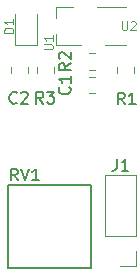
<source format=gbr>
G04 #@! TF.GenerationSoftware,KiCad,Pcbnew,(5.1.5)-3*
G04 #@! TF.CreationDate,2021-01-21T12:34:06+10:30*
G04 #@! TF.ProjectId,HallSingle,48616c6c-5369-46e6-976c-652e6b696361,rev?*
G04 #@! TF.SameCoordinates,Original*
G04 #@! TF.FileFunction,Legend,Top*
G04 #@! TF.FilePolarity,Positive*
%FSLAX46Y46*%
G04 Gerber Fmt 4.6, Leading zero omitted, Abs format (unit mm)*
G04 Created by KiCad (PCBNEW (5.1.5)-3) date 2021-01-21 12:34:06*
%MOMM*%
%LPD*%
G04 APERTURE LIST*
%ADD10C,0.120000*%
%ADD11C,0.150000*%
%ADD12C,0.100000*%
%ADD13C,0.125000*%
%ADD14C,3.302000*%
%ADD15R,1.162000X0.752000*%
%ADD16R,1.002000X0.902000*%
%ADD17C,1.626000*%
%ADD18O,1.802000X1.802000*%
%ADD19R,1.802000X1.802000*%
G04 APERTURE END LIST*
D10*
X148453500Y-57953000D02*
X146003500Y-57953000D01*
X146653500Y-61173000D02*
X148453500Y-61173000D01*
X142512000Y-57980500D02*
X143972000Y-57980500D01*
X142512000Y-61140500D02*
X144672000Y-61140500D01*
X142512000Y-61140500D02*
X142512000Y-60210500D01*
X142512000Y-57980500D02*
X142512000Y-58910500D01*
D11*
X145500000Y-80000000D02*
X145500000Y-76500000D01*
X138500000Y-80000000D02*
X145500000Y-80000000D01*
X138500000Y-73000000D02*
X138500000Y-80000000D01*
X145500000Y-73000000D02*
X138500000Y-73000000D01*
X145500000Y-76500000D02*
X145500000Y-73000000D01*
D10*
X140958500Y-62991422D02*
X140958500Y-63508578D01*
X142378500Y-62991422D02*
X142378500Y-63508578D01*
X145879078Y-61840000D02*
X145361922Y-61840000D01*
X145879078Y-63260000D02*
X145361922Y-63260000D01*
X149160000Y-63558578D02*
X149160000Y-63041422D01*
X147740000Y-63558578D02*
X147740000Y-63041422D01*
X149330000Y-79910000D02*
X148000000Y-79910000D01*
X149330000Y-78580000D02*
X149330000Y-79910000D01*
X149330000Y-77310000D02*
X146670000Y-77310000D01*
X146670000Y-77310000D02*
X146670000Y-72170000D01*
X149330000Y-77310000D02*
X149330000Y-72170000D01*
X149330000Y-72170000D02*
X146670000Y-72170000D01*
X140960000Y-61185000D02*
X140960000Y-58500000D01*
X139040000Y-61185000D02*
X140960000Y-61185000D01*
X139040000Y-58500000D02*
X139040000Y-61185000D01*
X138736000Y-62991422D02*
X138736000Y-63508578D01*
X140156000Y-62991422D02*
X140156000Y-63508578D01*
X145879078Y-63840000D02*
X145361922Y-63840000D01*
X145879078Y-65260000D02*
X145361922Y-65260000D01*
D11*
X143238095Y-68702380D02*
X143238095Y-67702380D01*
X143238095Y-68178571D02*
X143809523Y-68178571D01*
X143809523Y-68702380D02*
X143809523Y-67702380D01*
X144809523Y-68702380D02*
X144238095Y-68702380D01*
X144523809Y-68702380D02*
X144523809Y-67702380D01*
X144428571Y-67845238D01*
X144333333Y-67940476D01*
X144238095Y-67988095D01*
D12*
X148125071Y-59162785D02*
X148125071Y-59769928D01*
X148160785Y-59841357D01*
X148196500Y-59877071D01*
X148267928Y-59912785D01*
X148410785Y-59912785D01*
X148482214Y-59877071D01*
X148517928Y-59841357D01*
X148553642Y-59769928D01*
X148553642Y-59162785D01*
X148875071Y-59234214D02*
X148910785Y-59198500D01*
X148982214Y-59162785D01*
X149160785Y-59162785D01*
X149232214Y-59198500D01*
X149267928Y-59234214D01*
X149303642Y-59305642D01*
X149303642Y-59377071D01*
X149267928Y-59484214D01*
X148839357Y-59912785D01*
X149303642Y-59912785D01*
X141517785Y-61529428D02*
X142124928Y-61529428D01*
X142196357Y-61493714D01*
X142232071Y-61458000D01*
X142267785Y-61386571D01*
X142267785Y-61243714D01*
X142232071Y-61172285D01*
X142196357Y-61136571D01*
X142124928Y-61100857D01*
X141517785Y-61100857D01*
X142267785Y-60350857D02*
X142267785Y-60779428D01*
X142267785Y-60565142D02*
X141517785Y-60565142D01*
X141624928Y-60636571D01*
X141696357Y-60708000D01*
X141732071Y-60779428D01*
D11*
X139295261Y-72628380D02*
X138961928Y-72152190D01*
X138723833Y-72628380D02*
X138723833Y-71628380D01*
X139104785Y-71628380D01*
X139200023Y-71676000D01*
X139247642Y-71723619D01*
X139295261Y-71818857D01*
X139295261Y-71961714D01*
X139247642Y-72056952D01*
X139200023Y-72104571D01*
X139104785Y-72152190D01*
X138723833Y-72152190D01*
X139580976Y-71628380D02*
X139914309Y-72628380D01*
X140247642Y-71628380D01*
X141104785Y-72628380D02*
X140533357Y-72628380D01*
X140819071Y-72628380D02*
X140819071Y-71628380D01*
X140723833Y-71771238D01*
X140628595Y-71866476D01*
X140533357Y-71914095D01*
X141455833Y-66116380D02*
X141122500Y-65640190D01*
X140884404Y-66116380D02*
X140884404Y-65116380D01*
X141265357Y-65116380D01*
X141360595Y-65164000D01*
X141408214Y-65211619D01*
X141455833Y-65306857D01*
X141455833Y-65449714D01*
X141408214Y-65544952D01*
X141360595Y-65592571D01*
X141265357Y-65640190D01*
X140884404Y-65640190D01*
X141789166Y-65116380D02*
X142408214Y-65116380D01*
X142074880Y-65497333D01*
X142217738Y-65497333D01*
X142312976Y-65544952D01*
X142360595Y-65592571D01*
X142408214Y-65687809D01*
X142408214Y-65925904D01*
X142360595Y-66021142D01*
X142312976Y-66068761D01*
X142217738Y-66116380D01*
X141932023Y-66116380D01*
X141836785Y-66068761D01*
X141789166Y-66021142D01*
X143771880Y-62716666D02*
X143295690Y-63050000D01*
X143771880Y-63288095D02*
X142771880Y-63288095D01*
X142771880Y-62907142D01*
X142819500Y-62811904D01*
X142867119Y-62764285D01*
X142962357Y-62716666D01*
X143105214Y-62716666D01*
X143200452Y-62764285D01*
X143248071Y-62811904D01*
X143295690Y-62907142D01*
X143295690Y-63288095D01*
X142867119Y-62335714D02*
X142819500Y-62288095D01*
X142771880Y-62192857D01*
X142771880Y-61954761D01*
X142819500Y-61859523D01*
X142867119Y-61811904D01*
X142962357Y-61764285D01*
X143057595Y-61764285D01*
X143200452Y-61811904D01*
X143771880Y-62383333D01*
X143771880Y-61764285D01*
X148346833Y-66180380D02*
X148013500Y-65704190D01*
X147775404Y-66180380D02*
X147775404Y-65180380D01*
X148156357Y-65180380D01*
X148251595Y-65228000D01*
X148299214Y-65275619D01*
X148346833Y-65370857D01*
X148346833Y-65513714D01*
X148299214Y-65608952D01*
X148251595Y-65656571D01*
X148156357Y-65704190D01*
X147775404Y-65704190D01*
X149299214Y-66180380D02*
X148727785Y-66180380D01*
X149013500Y-66180380D02*
X149013500Y-65180380D01*
X148918261Y-65323238D01*
X148823023Y-65418476D01*
X148727785Y-65466095D01*
X147666666Y-70819380D02*
X147666666Y-71533666D01*
X147619047Y-71676523D01*
X147523809Y-71771761D01*
X147380952Y-71819380D01*
X147285714Y-71819380D01*
X148666666Y-71819380D02*
X148095238Y-71819380D01*
X148380952Y-71819380D02*
X148380952Y-70819380D01*
X148285714Y-70962238D01*
X148190476Y-71057476D01*
X148095238Y-71105095D01*
D13*
X138896285Y-60116571D02*
X138146285Y-60116571D01*
X138146285Y-59938000D01*
X138182000Y-59830857D01*
X138253428Y-59759428D01*
X138324857Y-59723714D01*
X138467714Y-59688000D01*
X138574857Y-59688000D01*
X138717714Y-59723714D01*
X138789142Y-59759428D01*
X138860571Y-59830857D01*
X138896285Y-59938000D01*
X138896285Y-60116571D01*
X138896285Y-58973714D02*
X138896285Y-59402285D01*
X138896285Y-59188000D02*
X138146285Y-59188000D01*
X138253428Y-59259428D01*
X138324857Y-59330857D01*
X138360571Y-59402285D01*
D11*
X139215833Y-66035142D02*
X139168214Y-66082761D01*
X139025357Y-66130380D01*
X138930119Y-66130380D01*
X138787261Y-66082761D01*
X138692023Y-65987523D01*
X138644404Y-65892285D01*
X138596785Y-65701809D01*
X138596785Y-65558952D01*
X138644404Y-65368476D01*
X138692023Y-65273238D01*
X138787261Y-65178000D01*
X138930119Y-65130380D01*
X139025357Y-65130380D01*
X139168214Y-65178000D01*
X139215833Y-65225619D01*
X139596785Y-65225619D02*
X139644404Y-65178000D01*
X139739642Y-65130380D01*
X139977738Y-65130380D01*
X140072976Y-65178000D01*
X140120595Y-65225619D01*
X140168214Y-65320857D01*
X140168214Y-65416095D01*
X140120595Y-65558952D01*
X139549166Y-66130380D01*
X140168214Y-66130380D01*
X143676642Y-64716666D02*
X143724261Y-64764285D01*
X143771880Y-64907142D01*
X143771880Y-65002380D01*
X143724261Y-65145238D01*
X143629023Y-65240476D01*
X143533785Y-65288095D01*
X143343309Y-65335714D01*
X143200452Y-65335714D01*
X143009976Y-65288095D01*
X142914738Y-65240476D01*
X142819500Y-65145238D01*
X142771880Y-65002380D01*
X142771880Y-64907142D01*
X142819500Y-64764285D01*
X142867119Y-64716666D01*
X143771880Y-63764285D02*
X143771880Y-64335714D01*
X143771880Y-64050000D02*
X142771880Y-64050000D01*
X142914738Y-64145238D01*
X143009976Y-64240476D01*
X143057595Y-64335714D01*
%LPC*%
D14*
X144000000Y-69000000D03*
D15*
X148653500Y-58613000D03*
X148653500Y-60513000D03*
X146453500Y-60513000D03*
X146453500Y-59563000D03*
X146453500Y-58613000D03*
D16*
X142272000Y-59560500D03*
X144272000Y-58610500D03*
X144272000Y-60510500D03*
D17*
X142000000Y-79000000D03*
X144500000Y-76500000D03*
X142000000Y-74000000D03*
D12*
G36*
X142176641Y-63650297D02*
G01*
X142202778Y-63654174D01*
X142228409Y-63660594D01*
X142253288Y-63669495D01*
X142277174Y-63680793D01*
X142299837Y-63694377D01*
X142321060Y-63710117D01*
X142340639Y-63727861D01*
X142358383Y-63747440D01*
X142374123Y-63768663D01*
X142387707Y-63791326D01*
X142399005Y-63815212D01*
X142407906Y-63840091D01*
X142414326Y-63865722D01*
X142418203Y-63891859D01*
X142419500Y-63918250D01*
X142419500Y-64456750D01*
X142418203Y-64483141D01*
X142414326Y-64509278D01*
X142407906Y-64534909D01*
X142399005Y-64559788D01*
X142387707Y-64583674D01*
X142374123Y-64606337D01*
X142358383Y-64627560D01*
X142340639Y-64647139D01*
X142321060Y-64664883D01*
X142299837Y-64680623D01*
X142277174Y-64694207D01*
X142253288Y-64705505D01*
X142228409Y-64714406D01*
X142202778Y-64720826D01*
X142176641Y-64724703D01*
X142150250Y-64726000D01*
X141186750Y-64726000D01*
X141160359Y-64724703D01*
X141134222Y-64720826D01*
X141108591Y-64714406D01*
X141083712Y-64705505D01*
X141059826Y-64694207D01*
X141037163Y-64680623D01*
X141015940Y-64664883D01*
X140996361Y-64647139D01*
X140978617Y-64627560D01*
X140962877Y-64606337D01*
X140949293Y-64583674D01*
X140937995Y-64559788D01*
X140929094Y-64534909D01*
X140922674Y-64509278D01*
X140918797Y-64483141D01*
X140917500Y-64456750D01*
X140917500Y-63918250D01*
X140918797Y-63891859D01*
X140922674Y-63865722D01*
X140929094Y-63840091D01*
X140937995Y-63815212D01*
X140949293Y-63791326D01*
X140962877Y-63768663D01*
X140978617Y-63747440D01*
X140996361Y-63727861D01*
X141015940Y-63710117D01*
X141037163Y-63694377D01*
X141059826Y-63680793D01*
X141083712Y-63669495D01*
X141108591Y-63660594D01*
X141134222Y-63654174D01*
X141160359Y-63650297D01*
X141186750Y-63649000D01*
X142150250Y-63649000D01*
X142176641Y-63650297D01*
G37*
G36*
X142176641Y-61775297D02*
G01*
X142202778Y-61779174D01*
X142228409Y-61785594D01*
X142253288Y-61794495D01*
X142277174Y-61805793D01*
X142299837Y-61819377D01*
X142321060Y-61835117D01*
X142340639Y-61852861D01*
X142358383Y-61872440D01*
X142374123Y-61893663D01*
X142387707Y-61916326D01*
X142399005Y-61940212D01*
X142407906Y-61965091D01*
X142414326Y-61990722D01*
X142418203Y-62016859D01*
X142419500Y-62043250D01*
X142419500Y-62581750D01*
X142418203Y-62608141D01*
X142414326Y-62634278D01*
X142407906Y-62659909D01*
X142399005Y-62684788D01*
X142387707Y-62708674D01*
X142374123Y-62731337D01*
X142358383Y-62752560D01*
X142340639Y-62772139D01*
X142321060Y-62789883D01*
X142299837Y-62805623D01*
X142277174Y-62819207D01*
X142253288Y-62830505D01*
X142228409Y-62839406D01*
X142202778Y-62845826D01*
X142176641Y-62849703D01*
X142150250Y-62851000D01*
X141186750Y-62851000D01*
X141160359Y-62849703D01*
X141134222Y-62845826D01*
X141108591Y-62839406D01*
X141083712Y-62830505D01*
X141059826Y-62819207D01*
X141037163Y-62805623D01*
X141015940Y-62789883D01*
X140996361Y-62772139D01*
X140978617Y-62752560D01*
X140962877Y-62731337D01*
X140949293Y-62708674D01*
X140937995Y-62684788D01*
X140929094Y-62659909D01*
X140922674Y-62634278D01*
X140918797Y-62608141D01*
X140917500Y-62581750D01*
X140917500Y-62043250D01*
X140918797Y-62016859D01*
X140922674Y-61990722D01*
X140929094Y-61965091D01*
X140937995Y-61940212D01*
X140949293Y-61916326D01*
X140962877Y-61893663D01*
X140978617Y-61872440D01*
X140996361Y-61852861D01*
X141015940Y-61835117D01*
X141037163Y-61819377D01*
X141059826Y-61805793D01*
X141083712Y-61794495D01*
X141108591Y-61785594D01*
X141134222Y-61779174D01*
X141160359Y-61775297D01*
X141186750Y-61774000D01*
X142150250Y-61774000D01*
X142176641Y-61775297D01*
G37*
G36*
X144978641Y-61800297D02*
G01*
X145004778Y-61804174D01*
X145030409Y-61810594D01*
X145055288Y-61819495D01*
X145079174Y-61830793D01*
X145101837Y-61844377D01*
X145123060Y-61860117D01*
X145142639Y-61877861D01*
X145160383Y-61897440D01*
X145176123Y-61918663D01*
X145189707Y-61941326D01*
X145201005Y-61965212D01*
X145209906Y-61990091D01*
X145216326Y-62015722D01*
X145220203Y-62041859D01*
X145221500Y-62068250D01*
X145221500Y-63031750D01*
X145220203Y-63058141D01*
X145216326Y-63084278D01*
X145209906Y-63109909D01*
X145201005Y-63134788D01*
X145189707Y-63158674D01*
X145176123Y-63181337D01*
X145160383Y-63202560D01*
X145142639Y-63222139D01*
X145123060Y-63239883D01*
X145101837Y-63255623D01*
X145079174Y-63269207D01*
X145055288Y-63280505D01*
X145030409Y-63289406D01*
X145004778Y-63295826D01*
X144978641Y-63299703D01*
X144952250Y-63301000D01*
X144413750Y-63301000D01*
X144387359Y-63299703D01*
X144361222Y-63295826D01*
X144335591Y-63289406D01*
X144310712Y-63280505D01*
X144286826Y-63269207D01*
X144264163Y-63255623D01*
X144242940Y-63239883D01*
X144223361Y-63222139D01*
X144205617Y-63202560D01*
X144189877Y-63181337D01*
X144176293Y-63158674D01*
X144164995Y-63134788D01*
X144156094Y-63109909D01*
X144149674Y-63084278D01*
X144145797Y-63058141D01*
X144144500Y-63031750D01*
X144144500Y-62068250D01*
X144145797Y-62041859D01*
X144149674Y-62015722D01*
X144156094Y-61990091D01*
X144164995Y-61965212D01*
X144176293Y-61941326D01*
X144189877Y-61918663D01*
X144205617Y-61897440D01*
X144223361Y-61877861D01*
X144242940Y-61860117D01*
X144264163Y-61844377D01*
X144286826Y-61830793D01*
X144310712Y-61819495D01*
X144335591Y-61810594D01*
X144361222Y-61804174D01*
X144387359Y-61800297D01*
X144413750Y-61799000D01*
X144952250Y-61799000D01*
X144978641Y-61800297D01*
G37*
G36*
X146853641Y-61800297D02*
G01*
X146879778Y-61804174D01*
X146905409Y-61810594D01*
X146930288Y-61819495D01*
X146954174Y-61830793D01*
X146976837Y-61844377D01*
X146998060Y-61860117D01*
X147017639Y-61877861D01*
X147035383Y-61897440D01*
X147051123Y-61918663D01*
X147064707Y-61941326D01*
X147076005Y-61965212D01*
X147084906Y-61990091D01*
X147091326Y-62015722D01*
X147095203Y-62041859D01*
X147096500Y-62068250D01*
X147096500Y-63031750D01*
X147095203Y-63058141D01*
X147091326Y-63084278D01*
X147084906Y-63109909D01*
X147076005Y-63134788D01*
X147064707Y-63158674D01*
X147051123Y-63181337D01*
X147035383Y-63202560D01*
X147017639Y-63222139D01*
X146998060Y-63239883D01*
X146976837Y-63255623D01*
X146954174Y-63269207D01*
X146930288Y-63280505D01*
X146905409Y-63289406D01*
X146879778Y-63295826D01*
X146853641Y-63299703D01*
X146827250Y-63301000D01*
X146288750Y-63301000D01*
X146262359Y-63299703D01*
X146236222Y-63295826D01*
X146210591Y-63289406D01*
X146185712Y-63280505D01*
X146161826Y-63269207D01*
X146139163Y-63255623D01*
X146117940Y-63239883D01*
X146098361Y-63222139D01*
X146080617Y-63202560D01*
X146064877Y-63181337D01*
X146051293Y-63158674D01*
X146039995Y-63134788D01*
X146031094Y-63109909D01*
X146024674Y-63084278D01*
X146020797Y-63058141D01*
X146019500Y-63031750D01*
X146019500Y-62068250D01*
X146020797Y-62041859D01*
X146024674Y-62015722D01*
X146031094Y-61990091D01*
X146039995Y-61965212D01*
X146051293Y-61941326D01*
X146064877Y-61918663D01*
X146080617Y-61897440D01*
X146098361Y-61877861D01*
X146117940Y-61860117D01*
X146139163Y-61844377D01*
X146161826Y-61830793D01*
X146185712Y-61819495D01*
X146210591Y-61810594D01*
X146236222Y-61804174D01*
X146262359Y-61800297D01*
X146288750Y-61799000D01*
X146827250Y-61799000D01*
X146853641Y-61800297D01*
G37*
G36*
X148958141Y-61825297D02*
G01*
X148984278Y-61829174D01*
X149009909Y-61835594D01*
X149034788Y-61844495D01*
X149058674Y-61855793D01*
X149081337Y-61869377D01*
X149102560Y-61885117D01*
X149122139Y-61902861D01*
X149139883Y-61922440D01*
X149155623Y-61943663D01*
X149169207Y-61966326D01*
X149180505Y-61990212D01*
X149189406Y-62015091D01*
X149195826Y-62040722D01*
X149199703Y-62066859D01*
X149201000Y-62093250D01*
X149201000Y-62631750D01*
X149199703Y-62658141D01*
X149195826Y-62684278D01*
X149189406Y-62709909D01*
X149180505Y-62734788D01*
X149169207Y-62758674D01*
X149155623Y-62781337D01*
X149139883Y-62802560D01*
X149122139Y-62822139D01*
X149102560Y-62839883D01*
X149081337Y-62855623D01*
X149058674Y-62869207D01*
X149034788Y-62880505D01*
X149009909Y-62889406D01*
X148984278Y-62895826D01*
X148958141Y-62899703D01*
X148931750Y-62901000D01*
X147968250Y-62901000D01*
X147941859Y-62899703D01*
X147915722Y-62895826D01*
X147890091Y-62889406D01*
X147865212Y-62880505D01*
X147841326Y-62869207D01*
X147818663Y-62855623D01*
X147797440Y-62839883D01*
X147777861Y-62822139D01*
X147760117Y-62802560D01*
X147744377Y-62781337D01*
X147730793Y-62758674D01*
X147719495Y-62734788D01*
X147710594Y-62709909D01*
X147704174Y-62684278D01*
X147700297Y-62658141D01*
X147699000Y-62631750D01*
X147699000Y-62093250D01*
X147700297Y-62066859D01*
X147704174Y-62040722D01*
X147710594Y-62015091D01*
X147719495Y-61990212D01*
X147730793Y-61966326D01*
X147744377Y-61943663D01*
X147760117Y-61922440D01*
X147777861Y-61902861D01*
X147797440Y-61885117D01*
X147818663Y-61869377D01*
X147841326Y-61855793D01*
X147865212Y-61844495D01*
X147890091Y-61835594D01*
X147915722Y-61829174D01*
X147941859Y-61825297D01*
X147968250Y-61824000D01*
X148931750Y-61824000D01*
X148958141Y-61825297D01*
G37*
G36*
X148958141Y-63700297D02*
G01*
X148984278Y-63704174D01*
X149009909Y-63710594D01*
X149034788Y-63719495D01*
X149058674Y-63730793D01*
X149081337Y-63744377D01*
X149102560Y-63760117D01*
X149122139Y-63777861D01*
X149139883Y-63797440D01*
X149155623Y-63818663D01*
X149169207Y-63841326D01*
X149180505Y-63865212D01*
X149189406Y-63890091D01*
X149195826Y-63915722D01*
X149199703Y-63941859D01*
X149201000Y-63968250D01*
X149201000Y-64506750D01*
X149199703Y-64533141D01*
X149195826Y-64559278D01*
X149189406Y-64584909D01*
X149180505Y-64609788D01*
X149169207Y-64633674D01*
X149155623Y-64656337D01*
X149139883Y-64677560D01*
X149122139Y-64697139D01*
X149102560Y-64714883D01*
X149081337Y-64730623D01*
X149058674Y-64744207D01*
X149034788Y-64755505D01*
X149009909Y-64764406D01*
X148984278Y-64770826D01*
X148958141Y-64774703D01*
X148931750Y-64776000D01*
X147968250Y-64776000D01*
X147941859Y-64774703D01*
X147915722Y-64770826D01*
X147890091Y-64764406D01*
X147865212Y-64755505D01*
X147841326Y-64744207D01*
X147818663Y-64730623D01*
X147797440Y-64714883D01*
X147777861Y-64697139D01*
X147760117Y-64677560D01*
X147744377Y-64656337D01*
X147730793Y-64633674D01*
X147719495Y-64609788D01*
X147710594Y-64584909D01*
X147704174Y-64559278D01*
X147700297Y-64533141D01*
X147699000Y-64506750D01*
X147699000Y-63968250D01*
X147700297Y-63941859D01*
X147704174Y-63915722D01*
X147710594Y-63890091D01*
X147719495Y-63865212D01*
X147730793Y-63841326D01*
X147744377Y-63818663D01*
X147760117Y-63797440D01*
X147777861Y-63777861D01*
X147797440Y-63760117D01*
X147818663Y-63744377D01*
X147841326Y-63730793D01*
X147865212Y-63719495D01*
X147890091Y-63710594D01*
X147915722Y-63704174D01*
X147941859Y-63700297D01*
X147968250Y-63699000D01*
X148931750Y-63699000D01*
X148958141Y-63700297D01*
G37*
D18*
X148000000Y-73500000D03*
X148000000Y-76040000D03*
D19*
X148000000Y-78580000D03*
D12*
G36*
X140508141Y-58025297D02*
G01*
X140534278Y-58029174D01*
X140559909Y-58035594D01*
X140584788Y-58044495D01*
X140608674Y-58055793D01*
X140631337Y-58069377D01*
X140652560Y-58085117D01*
X140672139Y-58102861D01*
X140689883Y-58122440D01*
X140705623Y-58143663D01*
X140719207Y-58166326D01*
X140730505Y-58190212D01*
X140739406Y-58215091D01*
X140745826Y-58240722D01*
X140749703Y-58266859D01*
X140751000Y-58293250D01*
X140751000Y-58831750D01*
X140749703Y-58858141D01*
X140745826Y-58884278D01*
X140739406Y-58909909D01*
X140730505Y-58934788D01*
X140719207Y-58958674D01*
X140705623Y-58981337D01*
X140689883Y-59002560D01*
X140672139Y-59022139D01*
X140652560Y-59039883D01*
X140631337Y-59055623D01*
X140608674Y-59069207D01*
X140584788Y-59080505D01*
X140559909Y-59089406D01*
X140534278Y-59095826D01*
X140508141Y-59099703D01*
X140481750Y-59101000D01*
X139518250Y-59101000D01*
X139491859Y-59099703D01*
X139465722Y-59095826D01*
X139440091Y-59089406D01*
X139415212Y-59080505D01*
X139391326Y-59069207D01*
X139368663Y-59055623D01*
X139347440Y-59039883D01*
X139327861Y-59022139D01*
X139310117Y-59002560D01*
X139294377Y-58981337D01*
X139280793Y-58958674D01*
X139269495Y-58934788D01*
X139260594Y-58909909D01*
X139254174Y-58884278D01*
X139250297Y-58858141D01*
X139249000Y-58831750D01*
X139249000Y-58293250D01*
X139250297Y-58266859D01*
X139254174Y-58240722D01*
X139260594Y-58215091D01*
X139269495Y-58190212D01*
X139280793Y-58166326D01*
X139294377Y-58143663D01*
X139310117Y-58122440D01*
X139327861Y-58102861D01*
X139347440Y-58085117D01*
X139368663Y-58069377D01*
X139391326Y-58055793D01*
X139415212Y-58044495D01*
X139440091Y-58035594D01*
X139465722Y-58029174D01*
X139491859Y-58025297D01*
X139518250Y-58024000D01*
X140481750Y-58024000D01*
X140508141Y-58025297D01*
G37*
G36*
X140508141Y-59900297D02*
G01*
X140534278Y-59904174D01*
X140559909Y-59910594D01*
X140584788Y-59919495D01*
X140608674Y-59930793D01*
X140631337Y-59944377D01*
X140652560Y-59960117D01*
X140672139Y-59977861D01*
X140689883Y-59997440D01*
X140705623Y-60018663D01*
X140719207Y-60041326D01*
X140730505Y-60065212D01*
X140739406Y-60090091D01*
X140745826Y-60115722D01*
X140749703Y-60141859D01*
X140751000Y-60168250D01*
X140751000Y-60706750D01*
X140749703Y-60733141D01*
X140745826Y-60759278D01*
X140739406Y-60784909D01*
X140730505Y-60809788D01*
X140719207Y-60833674D01*
X140705623Y-60856337D01*
X140689883Y-60877560D01*
X140672139Y-60897139D01*
X140652560Y-60914883D01*
X140631337Y-60930623D01*
X140608674Y-60944207D01*
X140584788Y-60955505D01*
X140559909Y-60964406D01*
X140534278Y-60970826D01*
X140508141Y-60974703D01*
X140481750Y-60976000D01*
X139518250Y-60976000D01*
X139491859Y-60974703D01*
X139465722Y-60970826D01*
X139440091Y-60964406D01*
X139415212Y-60955505D01*
X139391326Y-60944207D01*
X139368663Y-60930623D01*
X139347440Y-60914883D01*
X139327861Y-60897139D01*
X139310117Y-60877560D01*
X139294377Y-60856337D01*
X139280793Y-60833674D01*
X139269495Y-60809788D01*
X139260594Y-60784909D01*
X139254174Y-60759278D01*
X139250297Y-60733141D01*
X139249000Y-60706750D01*
X139249000Y-60168250D01*
X139250297Y-60141859D01*
X139254174Y-60115722D01*
X139260594Y-60090091D01*
X139269495Y-60065212D01*
X139280793Y-60041326D01*
X139294377Y-60018663D01*
X139310117Y-59997440D01*
X139327861Y-59977861D01*
X139347440Y-59960117D01*
X139368663Y-59944377D01*
X139391326Y-59930793D01*
X139415212Y-59919495D01*
X139440091Y-59910594D01*
X139465722Y-59904174D01*
X139491859Y-59900297D01*
X139518250Y-59899000D01*
X140481750Y-59899000D01*
X140508141Y-59900297D01*
G37*
G36*
X139954141Y-63650297D02*
G01*
X139980278Y-63654174D01*
X140005909Y-63660594D01*
X140030788Y-63669495D01*
X140054674Y-63680793D01*
X140077337Y-63694377D01*
X140098560Y-63710117D01*
X140118139Y-63727861D01*
X140135883Y-63747440D01*
X140151623Y-63768663D01*
X140165207Y-63791326D01*
X140176505Y-63815212D01*
X140185406Y-63840091D01*
X140191826Y-63865722D01*
X140195703Y-63891859D01*
X140197000Y-63918250D01*
X140197000Y-64456750D01*
X140195703Y-64483141D01*
X140191826Y-64509278D01*
X140185406Y-64534909D01*
X140176505Y-64559788D01*
X140165207Y-64583674D01*
X140151623Y-64606337D01*
X140135883Y-64627560D01*
X140118139Y-64647139D01*
X140098560Y-64664883D01*
X140077337Y-64680623D01*
X140054674Y-64694207D01*
X140030788Y-64705505D01*
X140005909Y-64714406D01*
X139980278Y-64720826D01*
X139954141Y-64724703D01*
X139927750Y-64726000D01*
X138964250Y-64726000D01*
X138937859Y-64724703D01*
X138911722Y-64720826D01*
X138886091Y-64714406D01*
X138861212Y-64705505D01*
X138837326Y-64694207D01*
X138814663Y-64680623D01*
X138793440Y-64664883D01*
X138773861Y-64647139D01*
X138756117Y-64627560D01*
X138740377Y-64606337D01*
X138726793Y-64583674D01*
X138715495Y-64559788D01*
X138706594Y-64534909D01*
X138700174Y-64509278D01*
X138696297Y-64483141D01*
X138695000Y-64456750D01*
X138695000Y-63918250D01*
X138696297Y-63891859D01*
X138700174Y-63865722D01*
X138706594Y-63840091D01*
X138715495Y-63815212D01*
X138726793Y-63791326D01*
X138740377Y-63768663D01*
X138756117Y-63747440D01*
X138773861Y-63727861D01*
X138793440Y-63710117D01*
X138814663Y-63694377D01*
X138837326Y-63680793D01*
X138861212Y-63669495D01*
X138886091Y-63660594D01*
X138911722Y-63654174D01*
X138937859Y-63650297D01*
X138964250Y-63649000D01*
X139927750Y-63649000D01*
X139954141Y-63650297D01*
G37*
G36*
X139954141Y-61775297D02*
G01*
X139980278Y-61779174D01*
X140005909Y-61785594D01*
X140030788Y-61794495D01*
X140054674Y-61805793D01*
X140077337Y-61819377D01*
X140098560Y-61835117D01*
X140118139Y-61852861D01*
X140135883Y-61872440D01*
X140151623Y-61893663D01*
X140165207Y-61916326D01*
X140176505Y-61940212D01*
X140185406Y-61965091D01*
X140191826Y-61990722D01*
X140195703Y-62016859D01*
X140197000Y-62043250D01*
X140197000Y-62581750D01*
X140195703Y-62608141D01*
X140191826Y-62634278D01*
X140185406Y-62659909D01*
X140176505Y-62684788D01*
X140165207Y-62708674D01*
X140151623Y-62731337D01*
X140135883Y-62752560D01*
X140118139Y-62772139D01*
X140098560Y-62789883D01*
X140077337Y-62805623D01*
X140054674Y-62819207D01*
X140030788Y-62830505D01*
X140005909Y-62839406D01*
X139980278Y-62845826D01*
X139954141Y-62849703D01*
X139927750Y-62851000D01*
X138964250Y-62851000D01*
X138937859Y-62849703D01*
X138911722Y-62845826D01*
X138886091Y-62839406D01*
X138861212Y-62830505D01*
X138837326Y-62819207D01*
X138814663Y-62805623D01*
X138793440Y-62789883D01*
X138773861Y-62772139D01*
X138756117Y-62752560D01*
X138740377Y-62731337D01*
X138726793Y-62708674D01*
X138715495Y-62684788D01*
X138706594Y-62659909D01*
X138700174Y-62634278D01*
X138696297Y-62608141D01*
X138695000Y-62581750D01*
X138695000Y-62043250D01*
X138696297Y-62016859D01*
X138700174Y-61990722D01*
X138706594Y-61965091D01*
X138715495Y-61940212D01*
X138726793Y-61916326D01*
X138740377Y-61893663D01*
X138756117Y-61872440D01*
X138773861Y-61852861D01*
X138793440Y-61835117D01*
X138814663Y-61819377D01*
X138837326Y-61805793D01*
X138861212Y-61794495D01*
X138886091Y-61785594D01*
X138911722Y-61779174D01*
X138937859Y-61775297D01*
X138964250Y-61774000D01*
X139927750Y-61774000D01*
X139954141Y-61775297D01*
G37*
G36*
X144978641Y-63800297D02*
G01*
X145004778Y-63804174D01*
X145030409Y-63810594D01*
X145055288Y-63819495D01*
X145079174Y-63830793D01*
X145101837Y-63844377D01*
X145123060Y-63860117D01*
X145142639Y-63877861D01*
X145160383Y-63897440D01*
X145176123Y-63918663D01*
X145189707Y-63941326D01*
X145201005Y-63965212D01*
X145209906Y-63990091D01*
X145216326Y-64015722D01*
X145220203Y-64041859D01*
X145221500Y-64068250D01*
X145221500Y-65031750D01*
X145220203Y-65058141D01*
X145216326Y-65084278D01*
X145209906Y-65109909D01*
X145201005Y-65134788D01*
X145189707Y-65158674D01*
X145176123Y-65181337D01*
X145160383Y-65202560D01*
X145142639Y-65222139D01*
X145123060Y-65239883D01*
X145101837Y-65255623D01*
X145079174Y-65269207D01*
X145055288Y-65280505D01*
X145030409Y-65289406D01*
X145004778Y-65295826D01*
X144978641Y-65299703D01*
X144952250Y-65301000D01*
X144413750Y-65301000D01*
X144387359Y-65299703D01*
X144361222Y-65295826D01*
X144335591Y-65289406D01*
X144310712Y-65280505D01*
X144286826Y-65269207D01*
X144264163Y-65255623D01*
X144242940Y-65239883D01*
X144223361Y-65222139D01*
X144205617Y-65202560D01*
X144189877Y-65181337D01*
X144176293Y-65158674D01*
X144164995Y-65134788D01*
X144156094Y-65109909D01*
X144149674Y-65084278D01*
X144145797Y-65058141D01*
X144144500Y-65031750D01*
X144144500Y-64068250D01*
X144145797Y-64041859D01*
X144149674Y-64015722D01*
X144156094Y-63990091D01*
X144164995Y-63965212D01*
X144176293Y-63941326D01*
X144189877Y-63918663D01*
X144205617Y-63897440D01*
X144223361Y-63877861D01*
X144242940Y-63860117D01*
X144264163Y-63844377D01*
X144286826Y-63830793D01*
X144310712Y-63819495D01*
X144335591Y-63810594D01*
X144361222Y-63804174D01*
X144387359Y-63800297D01*
X144413750Y-63799000D01*
X144952250Y-63799000D01*
X144978641Y-63800297D01*
G37*
G36*
X146853641Y-63800297D02*
G01*
X146879778Y-63804174D01*
X146905409Y-63810594D01*
X146930288Y-63819495D01*
X146954174Y-63830793D01*
X146976837Y-63844377D01*
X146998060Y-63860117D01*
X147017639Y-63877861D01*
X147035383Y-63897440D01*
X147051123Y-63918663D01*
X147064707Y-63941326D01*
X147076005Y-63965212D01*
X147084906Y-63990091D01*
X147091326Y-64015722D01*
X147095203Y-64041859D01*
X147096500Y-64068250D01*
X147096500Y-65031750D01*
X147095203Y-65058141D01*
X147091326Y-65084278D01*
X147084906Y-65109909D01*
X147076005Y-65134788D01*
X147064707Y-65158674D01*
X147051123Y-65181337D01*
X147035383Y-65202560D01*
X147017639Y-65222139D01*
X146998060Y-65239883D01*
X146976837Y-65255623D01*
X146954174Y-65269207D01*
X146930288Y-65280505D01*
X146905409Y-65289406D01*
X146879778Y-65295826D01*
X146853641Y-65299703D01*
X146827250Y-65301000D01*
X146288750Y-65301000D01*
X146262359Y-65299703D01*
X146236222Y-65295826D01*
X146210591Y-65289406D01*
X146185712Y-65280505D01*
X146161826Y-65269207D01*
X146139163Y-65255623D01*
X146117940Y-65239883D01*
X146098361Y-65222139D01*
X146080617Y-65202560D01*
X146064877Y-65181337D01*
X146051293Y-65158674D01*
X146039995Y-65134788D01*
X146031094Y-65109909D01*
X146024674Y-65084278D01*
X146020797Y-65058141D01*
X146019500Y-65031750D01*
X146019500Y-64068250D01*
X146020797Y-64041859D01*
X146024674Y-64015722D01*
X146031094Y-63990091D01*
X146039995Y-63965212D01*
X146051293Y-63941326D01*
X146064877Y-63918663D01*
X146080617Y-63897440D01*
X146098361Y-63877861D01*
X146117940Y-63860117D01*
X146139163Y-63844377D01*
X146161826Y-63830793D01*
X146185712Y-63819495D01*
X146210591Y-63810594D01*
X146236222Y-63804174D01*
X146262359Y-63800297D01*
X146288750Y-63799000D01*
X146827250Y-63799000D01*
X146853641Y-63800297D01*
G37*
M02*

</source>
